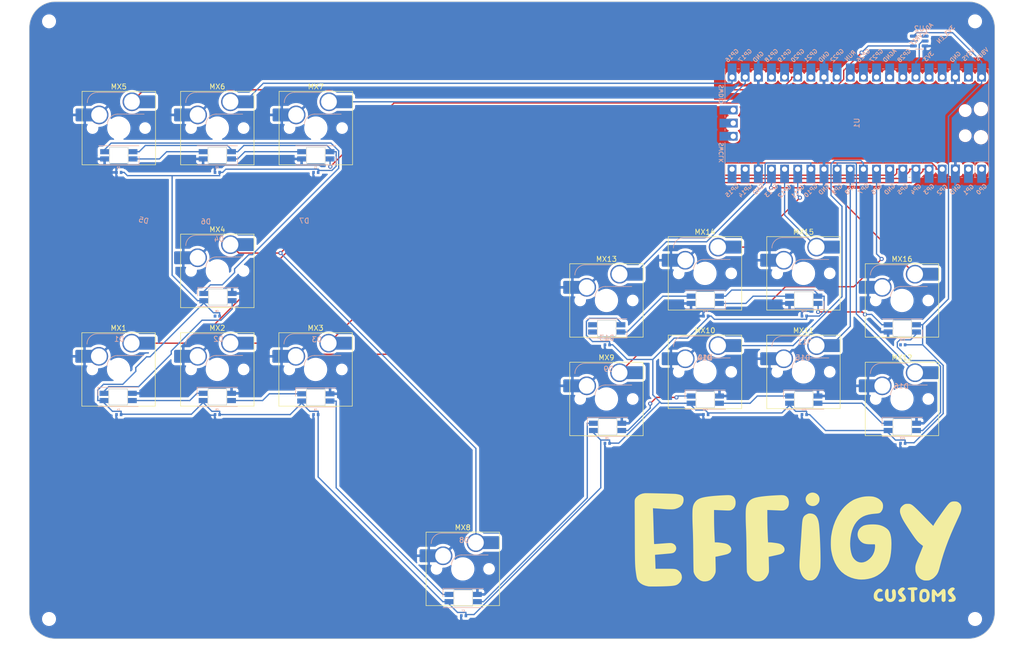
<source format=kicad_pcb>
(kicad_pcb (version 20221018) (generator pcbnew)
  (layers (0 "F.Cu" signal) (31 "B.Cu" signal) (34 "B.Paste" user) (35 "F.Paste" user) (36 "B.SilkS" user "B.Silkscreen") (37 "F.SilkS" user "F.Silkscreen") (38 "B.Mask" user) (39 "F.Mask" user) (44 "Edge.Cuts" user))
  (net 0 "")
  (net 1 "LEFT")
  (net 2 "DOWN")
  (net 3 "RIGHT")
  (net 4 "UP")
  (net 5 "HOME")
  (net 6 "SELECT")
  (net 7 "START")
  (net 8 "1K")
  (net 9 "2K")
  (net 10 "3K")
  (net 11 "4K")
  (net 12 "1P")
  (net 13 "2P")
  (net 14 "3P")
  (net 15 "4P")
  (net 16 "GND")
  (net 17 "Net-(D1-DOUT)")
  (net 18 "RGB0")
  (net 19 "VCC")
  (net 20 "Net-(D2-DOUT)")
  (net 21 "Net-(D3-DOUT)")
  (net 22 "Net-(D8-DOUT)")
  (net 23 "Net-(D10-DIN)")
  (net 24 "Net-(D10-DOUT)")
  (net 25 "Net-(D11-DOUT)")
  (net 26 "Net-(D12-DOUT)")
  (net 27 "Net-(D1-DIN)")
  (net 49 "Net-(D4-DIN)")
  (net 50 "Net-(D5-DIN)")
  (net 51 "Net-(D7-DIN)")
  (net 52 "Net-(D13-DIN)")
  (net 54 "Net-(D14-DIN)")
  (net 55 "Net-(D15-DIN)")
  (net 56 "Net-(D6-DIN)")
  (footprint "PCM_Switch_Keyboard_Hotswap_Kailh:SW_Hotswap_Kailh_MX_Plated_1.00u" (layer "F.Cu") (at 102.3417 107.9554)
    (fp_text reference "MX3")
    (fp_text value "MX-NoLED")
  )
  (footprint "PCM_Switch_Keyboard_Hotswap_Kailh:SW_Hotswap_Kailh_MX_Plated_1.00u" (layer "F.Cu") (at 83.3437 61.2775)
    (fp_text reference "MX6")
    (fp_text value "MX-NoLED")
  )
  (footprint "PCM_Switch_Keyboard_Hotswap_Kailh:SW_Hotswap_Kailh_MX_Plated_1.00u" (layer "F.Cu") (at 64.2418 107.9554)
    (fp_text reference "MX1")
    (fp_text value "MX-NoLED")
  )
  (footprint "PCM_Switch_Keyboard_Hotswap_Kailh:SW_Hotswap_Kailh_MX_Plated_1.00u" (layer "F.Cu") (at 215.7412 94.615)
    (fp_text reference "MX16")
    (fp_text value "MX-NoLED")
  )
  (footprint "MountingHole:MountingHole_2.2mm_M2" (layer "F.Cu") (at 50.8 156.21)
    (fp_text reference "REF**" hide)
    (fp_text value "MountingHole_2.2mm_M2")
  )
  (footprint "PCM_Switch_Keyboard_Hotswap_Kailh:SW_Hotswap_Kailh_MX_Plated_1.00u" (layer "F.Cu") (at 83.3438 107.95)
    (fp_text reference "MX2")
    (fp_text value "MX-NoLED")
  )
  (footprint "MountingHole:MountingHole_2.2mm_M2" (layer "F.Cu") (at 50.8 40.64)
    (fp_text reference "REF**" hide)
    (fp_text value "MountingHole_2.2mm_M2")
  )
  (footprint "PCM_Switch_Keyboard_Hotswap_Kailh:SW_Hotswap_Kailh_MX_Plated_1.00u" (layer "F.Cu") (at 102.3937 61.2775)
    (fp_text reference "MX7")
    (fp_text value "MX-NoLED")
  )
  (footprint "LOGO" (layer "F.Cu") (at 195.58 140.97)
    (fp_text reference "G***" hide)
    (fp_text value "LOGO" hide)
  )
  (footprint "PCM_Switch_Keyboard_Hotswap_Kailh:SW_Hotswap_Kailh_MX_Plated_1.00u" (layer "F.Cu") (at 64.2937 61.2775)
    (fp_text reference "MX5")
    (fp_text value "MX-NoLED")
  )
  (footprint "PCM_Switch_Keyboard_Hotswap_Kailh:SW_Hotswap_Kailh_MX_Plated_1.00u" (layer "F.Cu") (at 83.3438 88.9)
    (fp_text reference "MX4")
    (fp_text value "MX-NoLED")
  )
  (footprint "MountingHole:MountingHole_2.2mm_M2" (layer "F.Cu") (at 229.87 40.64)
    (fp_text reference "REF**" hide)
    (fp_text value "MountingHole_2.2mm_M2")
  )
  (footprint "PCM_Switch_Keyboard_Hotswap_Kailh:SW_Hotswap_Kailh_MX_Plated_1.00u" (layer "F.Cu") (at 215.7412 113.665)
    (fp_text reference "MX12")
    (fp_text value "MX-NoLED")
  )
  (footprint "PCM_Switch_Keyboard_Hotswap_Kailh:SW_Hotswap_Kailh_MX_Plated_1.00u" (layer "F.Cu") (at 177.6412 108.4262)
    (fp_text reference "MX10")
    (fp_text value "MX-NoLED")
  )
  (footprint "PCM_Switch_Keyboard_Hotswap_Kailh:SW_Hotswap_Kailh_MX_Plated_2.00u" (layer "F.Cu") (at 130.81 146.5262)
    (fp_text reference "MX8")
    (fp_text value "MX-NoLED")
  )
  (footprint "PCM_Switch_Keyboard_Hotswap_Kailh:SW_Hotswap_Kailh_MX_Plated_1.00u" (layer "F.Cu") (at 177.6412 89.3762)
    (fp_text reference "MX14")
    (fp_text value "MX-NoLED")
  )
  (footprint "PCM_Switch_Keyboard_Hotswap_Kailh:SW_Hotswap_Kailh_MX_Plated_1.00u" (layer "F.Cu") (at 196.6912 108.4262)
    (fp_text reference "MX11")
    (fp_text value "MX-NoLED")
  )
  (footprint "PCM_Switch_Keyboard_Hotswap_Kailh:SW_Hotswap_Kailh_MX_Plated_1.00u" (layer "F.Cu") (at 158.5912 94.615)
    (fp_text reference "MX13")
    (fp_text value "MX-NoLED")
  )
  (footprint "PCM_Switch_Keyboard_Hotswap_Kailh:SW_Hotswap_Kailh_MX_Plated_1.00u" (layer "F.Cu") (at 196.6912 89.3762)
    (fp_text reference "MX15")
    (fp_text value "MX-NoLED")
  )
  (footprint "MountingHole:MountingHole_2.2mm_M2" (layer "F.Cu") (at 229.87 156.21)
    (fp_text reference "REF**" hide)
    (fp_text value "MountingHole_2.2mm_M2")
  )
  (footprint "PCM_Switch_Keyboard_Hotswap_Kailh:SW_Hotswap_Kailh_MX_Plated_1.00u" (layer "F.Cu") (at 158.5912 113.665)
    (fp_text reference "MX9")
    (fp_text value "MX-NoLED")
  )
  (footprint "MCU_RaspberryPi_and_Boards:RPi_Pico_SMD_TH" (layer "B.Cu") (at 207.01 60.325 90)
    (fp_text reference "U1")
    (fp_text value "Pico")
  )
  (footprint "CAPC1005X55N:CAPC1005X55N" (layer "B.Cu") (at 158.75 103.1875 180)
    (fp_text reference "C13")
    (fp_text value "100nf")
  )
  (footprint "CAPC1005X55N:CAPC1005X55N" (layer "B.Cu") (at 196.85 116.6812 180)
    (fp_text reference "C11")
    (fp_text value "100nf")
  )
  (footprint "kicad-footprints:YS-SK6812MINI-E" (layer "B.Cu") (at 215.7999 119.064)
    (fp_text reference "D12")
    (fp_text value "SK6812MINI")
    (fp_line (start -1.8 -1.55) (end 1.8 -1.55) (stroke (width 0.12)) (layer "Edge.Cuts"))
    (fp_line (start -1.8 1.55) (end -1.8 -1.55) (stroke (width 0.12)) (layer "Edge.Cuts"))
    (fp_line (start 1.8 -1.55) (end 1.8 1.55) (stroke (width 0.12)) (layer "Edge.Cuts"))
    (fp_line (start 1.8 1.55) (end -1.8 1.55) (stroke (width 0.12)) (layer "Edge.Cuts"))
  )
  (footprint "kicad-footprints:YS-SK6812MINI-E" (layer "B.Cu") (at 102.3938 66.548 180)
    (fp_text reference "D7")
    (fp_text value "SK6812MINI")
    (fp_line (start -1.8 -1.55) (end 1.8 -1.55) (stroke (width 0.12)) (layer "Edge.Cuts"))
    (fp_line (start -1.8 1.55) (end -1.8 -1.55) (stroke (width 0.12)) (layer "Edge.Cuts"))
    (fp_line (start 1.8 -1.55) (end 1.8 1.55) (stroke (width 0.12)) (layer "Edge.Cuts"))
    (fp_line (start 1.8 1.55) (end -1.8 1.55) (stroke (width 0.12)) (layer "Edge.Cuts"))
  )
  (footprint "CAPC1005X55N:CAPC1005X55N" (layer "B.Cu") (at 158.75 122.2375 180)
    (fp_text reference "C9")
    (fp_text value "100nf")
  )
  (footprint "kicad-footprints:YS-SK6812MINI-E" (layer "B.Cu") (at 83.3438 66.548 180)
    (fp_text reference "D6")
    (fp_text value "SK6812MINI")
    (fp_line (start -1.8 -1.55) (end 1.8 -1.55) (stroke (width 0.12)) (layer "Edge.Cuts"))
    (fp_line (start -1.8 1.55) (end -1.8 -1.55) (stroke (width 0.12)) (layer "Edge.Cuts"))
    (fp_line (start 1.8 -1.55) (end 1.8 1.55) (stroke (width 0.12)) (layer "Edge.Cuts"))
    (fp_line (start 1.8 1.55) (end -1.8 1.55) (stroke (width 0.12)) (layer "Edge.Cuts"))
  )
  (footprint "kicad-footprints:YS-SK6812MINI-E" (layer "B.Cu") (at 64.2938 66.548 180)
    (fp_text reference "D5")
    (fp_text value "SK6812MINI")
    (fp_line (start -1.8 -1.55) (end 1.8 -1.55) (stroke (width 0.12)) (layer "Edge.Cuts"))
    (fp_line (start -1.8 1.55) (end -1.8 -1.55) (stroke (width 0.12)) (layer "Edge.Cuts"))
    (fp_line (start 1.8 -1.55) (end 1.8 1.55) (stroke (width 0.12)) (layer "Edge.Cuts"))
    (fp_line (start 1.8 1.55) (end -1.8 1.55) (stroke (width 0.12)) (layer "Edge.Cuts"))
  )
  (footprint "CAPC1005X55N:CAPC1005X55N" (layer "B.Cu") (at 64.2938 116.6812 180)
    (fp_text reference "C4")
    (fp_text value "100nf")
  )
  (footprint "kicad-footprints:YS-SK6812MINI-E" (layer "B.Cu") (at 158.8124 119.064)
    (fp_text reference "D9")
    (fp_text value "SK6812MINI")
    (fp_line (start -1.8 -1.55) (end 1.8 -1.55) (stroke (width 0.12)) (layer "Edge.Cuts"))
    (fp_line (start -1.8 1.55) (end -1.8 -1.55) (stroke (width 0.12)) (layer "Edge.Cuts"))
    (fp_line (start 1.8 -1.55) (end 1.8 1.55) (stroke (width 0.12)) (layer "Edge.Cuts"))
    (fp_line (start 1.8 1.55) (end -1.8 1.55) (stroke (width 0.12)) (layer "Edge.Cuts"))
  )
  (footprint "CAPC1005X55N:CAPC1005X55N" (layer "B.Cu") (at 177.8 97.6312 180)
    (fp_text reference "C14")
    (fp_text value "100nf")
  )
  (footprint "CAPC1005X55N:CAPC1005X55N" (layer "B.Cu") (at 83.3438 116.6812 180)
    (fp_text reference "C5")
    (fp_text value "100nf")
  )
  (footprint "kicad-footprints:YS-SK6812MINI-E" (layer "B.Cu") (at 158.6499 100.014 180)
    (fp_text reference "D13")
    (fp_text value "SK6812MINI")
    (fp_line (start -1.8 -1.55) (end 1.8 -1.55) (stroke (width 0.12)) (layer "Edge.Cuts"))
    (fp_line (start -1.8 1.55) (end -1.8 -1.55) (stroke (width 0.12)) (layer "Edge.Cuts"))
    (fp_line (start 1.8 -1.55) (end 1.8 1.55) (stroke (width 0.12)) (layer "Edge.Cuts"))
    (fp_line (start 1.8 1.55) (end -1.8 1.55) (stroke (width 0.12)) (layer "Edge.Cuts"))
  )
  (footprint "CAPC1005X55N:CAPC1005X55N" (layer "B.Cu") (at 215.9 122.2375 180)
    (fp_text reference "C12")
    (fp_text value "100nf")
  )
  (footprint "kicad-footprints:YS-SK6812MINI-E" (layer "B.Cu") (at 196.7499 113.792)
    (fp_text reference "D11")
    (fp_text value "SK6812MINI")
    (fp_line (start -1.8 -1.55) (end 1.8 -1.55) (stroke (width 0.12)) (layer "Edge.Cuts"))
    (fp_line (start -1.8 1.55) (end -1.8 -1.55) (stroke (width 0.12)) (layer "Edge.Cuts"))
    (fp_line (start 1.8 -1.55) (end 1.8 1.55) (stroke (width 0.12)) (layer "Edge.Cuts"))
    (fp_line (start 1.8 1.55) (end -1.8 1.55) (stroke (width 0.12)) (layer "Edge.Cuts"))
  )
  (footprint "kicad-footprints:YS-SK6812MINI-E" (layer "B.Cu") (at 177.6999 113.792)
    (fp_text reference "D10")
    (fp_text value "SK6812MINI")
    (fp_line (start -1.8 -1.55) (end 1.8 -1.55) (stroke (width 0.12)) (layer "Edge.Cuts"))
    (fp_line (start -1.8 1.55) (end -1.8 -1.55) (stroke (width 0.12)) (layer "Edge.Cuts"))
    (fp_line (start 1.8 -1.55) (end 1.8 1.55) (stroke (width 0.12)) (layer "Edge.Cuts"))
    (fp_line (start 1.8 1.55) (end -1.8 1.55) (stroke (width 0.12)) (layer "Edge.Cuts"))
  )
  (footprint "kicad-footprints:YS-SK6812MINI-E" (layer "B.Cu") (at 215.7999 100.014 180)
    (fp_text reference "D16")
    (fp_text value "SK6812MINI")
    (fp_line (start -1.8 -1.55) (end 1.8 -1.55) (stroke (width 0.12)) (layer "Edge.Cuts"))
    (fp_line (start -1.8 1.55) (end -1.8 -1.55) (stroke (width 0.12)) (layer "Edge.Cuts"))
    (fp_line (start 1.8 -1.55) (end 1.8 1.55) (stroke (width 0.12)) (layer "Edge.Cuts"))
    (fp_line (start 1.8 1.55) (end -1.8 1.55) (stroke (width 0.12)) (layer "Edge.Cuts"))
  )
  (footprint "kicad-footprints:YS-SK6812MINI-E" (layer "B.Cu") (at 130.8857 152.1634)
    (fp_text reference "D8")
    (fp_text value "SK6812MINI")
    (fp_line (start -1.8 -1.55) (end 1.8 -1.55) (stroke (width 0.12)) (layer "Edge.Cuts"))
    (fp_line (start -1.8 1.55) (end -1.8 -1.55) (stroke (width 0.12)) (layer "Edge.Cuts"))
    (fp_line (start 1.8 -1.55) (end 1.8 1.55) (stroke (width 0.12)) (layer "Edge.Cuts"))
    (fp_line (start 1.8 1.55) (end -1.8 1.55) (stroke (width 0.12)) (layer "Edge.Cuts"))
  )
  (footprint "CAPC1005X55N:CAPC1005X55N" (layer "B.Cu") (at 64.2938 69.85 180)
    (fp_text reference "C3")
    (fp_text value "100nf")
  )
  (footprint "CAPC1005X55N:CAPC1005X55N" (layer "B.Cu") (at 130.9688 155.575 180)
    (fp_text reference "C7")
    (fp_text value "100nf")
  )
  (footprint "kicad-footprints:YS-SK6812MINI-E" (layer "B.Cu") (at 83.4648 93.9657)
    (fp_text reference "D4")
    (fp_text value "SK6812MINI")
    (fp_line (start -1.8 -1.55) (end 1.8 -1.55) (stroke (width 0.12)) (layer "Edge.Cuts"))
    (fp_line (start -1.8 1.55) (end -1.8 -1.55) (stroke (width 0.12)) (layer "Edge.Cuts"))
    (fp_line (start 1.8 -1.55) (end 1.8 1.55) (stroke (width 0.12)) (layer "Edge.Cuts"))
    (fp_line (start 1.8 1.55) (end -1.8 1.55) (stroke (width 0.12)) (layer "Edge.Cuts"))
  )
  (footprint "kicad-footprints:YS-SK6812MINI-E" (layer "B.Cu") (at 102.3938 113.365)
    (fp_text reference "D3")
    (fp_text value "SK6812MINI")
    (fp_line (start -1.8 -1.55) (end 1.8 -1.55) (stroke (width 0.12)) (layer "Edge.Cuts"))
    (fp_line (start -1.8 1.55) (end -1.8 -1.55) (stroke (width 0.12)) (layer "Edge.Cuts"))
    (fp_line (start 1.8 -1.55) (end 1.8 1.55) (stroke (width 0.12)) (layer "Edge.Cuts"))
    (fp_line (start 1.8 1.55) (end -1.8 1.55) (stroke (width 0.12)) (layer "Edge.Cuts"))
  )
  (footprint "kicad-footprints:YS-SK6812MINI-E" (layer "B.Cu") (at 196.7499 94.488 180)
    (fp_text reference "D15")
    (fp_text value "SK6812MINI")
    (fp_line (start -1.8 -1.55) (end 1.8 -1.55) (stroke (width 0.12)) (layer "Edge.Cuts"))
    (fp_line (start -1.8 1.55) (end -1.8 -1.55) (stroke (width 0.12)) (layer "Edge.Cuts"))
    (fp_line (start 1.8 -1.55) (end 1.8 1.55) (stroke (width 0.12)) (layer "Edge.Cuts"))
    (fp_line (start 1.8 1.55) (end -1.8 1.55) (stroke (width 0.12)) (layer "Edge.Cuts"))
  )
  (footprint "kicad-footprints:YS-SK6812MINI-E" (layer "B.Cu") (at 64.1608 113.2698)
    (fp_text reference "D1")
    (fp_text value "SK6812MINI")
    (fp_line (start -1.8 -1.55) (end 1.8 -1.55) (stroke (width 0.12)) (layer "Edge.Cuts"))
    (fp_line (start -1.8 1.55) (end -1.8 -1.55) (stroke (width 0.12)) (layer "Edge.Cuts"))
    (fp_line (start 1.8 -1.55) (end 1.8 1.55) (stroke (width 0.12)) (layer "Edge.Cuts"))
    (fp_line (start 1.8 1.55) (end -1.8 1.55) (stroke (width 0.12)) (layer "Edge.Cuts"))
  )
  (footprint "CAPC1005X55N:CAPC1005X55N" (layer "B.Cu") (at 102.3938 116.6812 180)
    (fp_text reference "C6")
    (fp_text value "100nf")
  )
  (footprint "CAPC1005X55N:CAPC1005X55N" (layer "B.Cu") (at 83.3438 69.85 180)
    (fp_text reference "C2")
    (fp_text value "100nf")
  )
  (footprint "kicad-footprints:YS-SK6812MINI-E" (layer "B.Cu") (at 177.6999 94.488 180)
    (fp_text reference "D14")
    (fp_text value "SK6812MINI")
    (fp_line (start -1.8 -1.55) (end 1.8 -1.55) (stroke (width 0.12)) (layer "Edge.Cuts"))
    (fp_line (start -1.8 1.55) (end -1.8 -1.55) (stroke (width 0.12)) (layer "Edge.Cuts"))
    (fp_line (start 1.8 -1.55) (end 1.8 1.55) (stroke (width 0.12)) (layer "Edge.Cuts"))
    (fp_line (start 1.8 1.55) (end -1.8 1.55) (stroke (width 0.12)) (layer "Edge.Cuts"))
  )
  (footprint "CAPC1005X55N:CAPC1005X55N" (layer "B.Cu") (at 177.8 116.6812 180)
    (fp_text reference "C10")
    (fp_text value "100nf")
  )
  (footprint "Package_TO_SOT_SMD:SOT-23-5" (layer "B.Cu") (at 219.075 44.45 180)
    (fp_text reference "U2")
    (fp_text value "SN74LV1T34DBV")
  )
  (footprint "kicad-footprints:YS-SK6812MINI-E" (layer "B.Cu") (at 83.3438 113.2698)
    (fp_text reference "D2")
    (fp_text value "SK6812MINI")
    (fp_line (start -1.8 -1.55) (end 1.8 -1.55) (stroke (width 0.12)) (layer "Edge.Cuts"))
    (fp_line (start -1.8 1.55) (end -1.8 -1.55) (stroke (width 0.12)) (layer "Edge.Cuts"))
    (fp_line (start 1.8 -1.55) (end 1.8 1.55) (stroke (width 0.12)) (layer "Edge.Cuts"))
    (fp_line (start 1.8 1.55) (end -1.8 1.55) (stroke (width 0.12)) (layer "Edge.Cuts"))
  )
  (footprint "CAPC1005X55N:CAPC1005X55N" (layer "B.Cu") (at 102.3938 69.85 180)
    (fp_text reference "C1")
    (fp_text value "100nf")
  )
  (footprint "CAPC1005X55N:CAPC1005X55N" (layer "B.Cu") (at 196.85 97.6312 180)
    (fp_text reference "C15")
    (fp_text value "100nf")
  )
  (footprint "CAPC1005X55N:CAPC1005X55N" (layer "B.Cu") (at 83.3438 97.6312 180)
    (fp_text reference "C8")
    (fp_text value "100nf")
  )
  (footprint "CAPC1005X55N:CAPC1005X55N" (layer "B.Cu") (at 215.9 103.1875 180)
    (fp_text reference "C16")
    (fp_text value "100nf")
  )
  (gr_arc (start 52.07 160.02) (mid 48.477898 158.532102) (end 46.99 154.94) (stroke (width 0.1)) (layer "Edge.Cuts"))
  (gr_line (start 52.07 160.02) (end 228.6 160.02) (stroke (width 0.1)) (layer "Edge.Cuts"))
  (gr_arc (start 46.99 41.91) (mid 48.477898 38.317898) (end 52.07 36.83) (stroke (width 0.1)) (layer "Edge.Cuts"))
  (gr_arc (start 233.68 154.94) (mid 232.192102 158.532102) (end 228.6 160.02) (stroke (width 0.1)) (layer "Edge.Cuts"))
  (gr_line (start 46.99 41.91) (end 46.99 154.94) (stroke (width 0.1)) (layer "Edge.Cuts"))
  (gr_arc (start 228.6 36.83) (mid 232.192102 38.317898) (end 233.68 41.91) (stroke (width 0.1)) (layer "Edge.Cuts"))
  (gr_line (start 233.68 154.94) (end 233.68 41.91) (stroke (width 0.1)) (layer "Edge.Cuts"))
  (gr_line (start 228.6 36.83) (end 52.07 36.83) (stroke (width 0.1)) (layer "Edge.Cuts"))
  (segment (start 214.7211 70.0255) (end 214.7211 69.215) (width 0.254) (layer "F.Cu") (net 1))
  (segment (start 215.9 69.215) (end 214.7211 69.215) (width 0.254) (layer "F.Cu") (net 1))
  (segment (start 214.3527 70.3939) (end 214.7211 70.0255) (width 0.254) (layer "F.Cu") (net 1))
  (segment (start 79.1656 102.8754) (end 111.6471 70.3939) (width 0.254) (layer "F.Cu") (net 1))
  (segment (start 111.6471 70.3939) (end 214.3527 70.3939) (width 0.254) (layer "F.Cu") (net 1))
  (segment (start 66.7818 102.8754) (end 79.1656 102.8754) (width 0.254) (layer "F.Cu") (net 1))
  (segment (start 69.5618 102.8754) (end 66.7818 102.8754) (width 0.254) (layer "B.Cu") (net 1))
  (segment (start 134.8892 105.0154) (end 168.0805 71.8241) (width 0.254) (layer "F.Cu") (net 2))
  (segment (start 168.0805 71.8241) (end 217.5584 71.8241) (width 0.254) (layer "F.Cu") (net 2))
  (segment (start 100.9014 102.87) (end 103.0468 105.0154) (width 0.254) (layer "F.Cu") (net 2))
  (segment (start 220.98 69.215) (end 219.8011 69.215) (width 0.254) (layer "F.Cu") (net 2))
  (segment (start 85.8838 102.87) (end 100.9014 102.87) (width 0.254) (layer "F.Cu") (net 2))
  (segment (start 217.5584 71.8241) (end 219.8011 69.5814) (width 0.254) (layer "F.Cu") (net 2))
  (segment (start 103.0468 105.0154) (end 134.8892 105.0154) (width 0.254) (layer "F.Cu") (net 2))
  (segment (start 219.8011 69.5814) (end 219.8011 69.215) (width 0.254) (layer "F.Cu") (net 2))
  (segment (start 88.6638 102.87) (end 85.8838 102.87) (width 0.254) (layer "B.Cu") (net 2))
  (segment (start 136.7154 71.0417) (end 215.8008 71.0417) (width 0.254) (layer "F.Cu") (net 3))
  (segment (start 218.44 69.215) (end 217.2611 69.215) (width 0.254) (layer "F.Cu") (net 3))
  (segment (start 104.8817 102.8754) (end 136.7154 71.0417) (width 0.254) (layer "F.Cu") (net 3))
  (segment (start 215.8008 71.0417) (end 217.2611 69.5814) (width 0.254) (layer "F.Cu") (net 3))
  (segment (start 217.2611 69.5814) (end 217.2611 69.215) (width 0.254) (layer "F.Cu") (net 3))
  (segment (start 107.6617 102.8754) (end 104.8817 102.8754) (width 0.254) (layer "B.Cu") (net 3))
  (segment (start 95.5623 85.4479) (end 112.9854 68.0248) (width 0.254) (layer "F.Cu") (net 4))
  (segment (start 85.8838 83.82) (end 87.5117 85.4479) (width 0.254) (layer "F.Cu") (net 4))
  (segment (start 223.52 69.215) (end 222.3411 69.215) (width 0.254) (layer "F.Cu") (net 4))
  (segment (start 112.9854 68.0248) (end 221.5173 68.0248) (width 0.254) (layer "F.Cu") (net 4))
  (segment (start 222.3411 68.8486) (end 222.3411 69.215) (width 0.254) (layer "F.Cu") (net 4))
  (segment (start 87.5117 85.4479) (end 95.5623 85.4479) (width 0.254) (layer "F.Cu") (net 4))
  (segment (start 221.5173 68.0248) (end 222.3411 68.8486) (width 0.254) (layer "F.Cu") (net 4))
  (via (at 95.5623 85.4479) (size 0.8) (drill 0.4) (layers "F.Cu" "B.Cu") (net 4))
  (segment (start 85.8838 83.82) (end 88.6638 83.82) (width 0.254) (layer "B.Cu") (net 4))
  (segment (start 133.35 141.4462) (end 133.35 123.2356) (width 0.254) (layer "B.Cu") (net 4))
  (segment (start 133.35 123.2356) (end 95.5623 85.4479) (width 0.254) (layer "B.Cu") (net 4))
  (segment (start 136.13 141.4462) (end 133.35 141.4462) (width 0.254) (layer "B.Cu") (net 4))
  (segment (start 69.161 53.8702) (end 192.3323 53.8702) (width 0.254) (layer "F.Cu") (net 5))
  (segment (start 194.4011 51.8014) (end 194.4011 51.435) (width 0.254) (layer "F.Cu") (net 5))
  (segment (start 66.8337 56.1975) (end 69.161 53.8702) (width 0.254) (layer "F.Cu") (net 5))
  (segment (start 192.3323 53.8702) (end 194.4011 51.8014) (width 0.254) (layer "F.Cu") (net 5))
  (segment (start 195.58 51.435) (end 194.4011 51.435) (width 0.254) (layer "F.Cu") (net 5))
  (segment (start 66.8337 56.1975) (end 69.6137 56.1975) (width 0.254) (layer "B.Cu") (net 5))
  (segment (start 88.6637 56.1975) (end 92.2473 52.6139) (width 0.254) (layer "B.Cu") (net 6))
  (segment (start 92.2473 52.6139) (end 182.88 52.6139) (width 0.254) (layer "B.Cu") (net 6))
  (segment (start 85.8837 56.1975) (end 88.6637 56.1975) (width 0.254) (layer "B.Cu") (net 6))
  (segment (start 182.88 51.435) (end 182.88 52.6139) (width 0.254) (layer "B.Cu") (net 6))
  (segment (start 185.42 51.435) (end 185.42 52.6139) (width 0.254) (layer "B.Cu") (net 7))
  (segment (start 107.7137 56.1975) (end 181.8364 56.1975) (width 0.254) (layer "B.Cu") (net 7))
  (segment (start 181.8364 56.1975) (end 185.42 52.6139) (width 0.254) (layer "B.Cu") (net 7))
  (segment (start 104.9337 56.1975) (end 107.7137 56.1975) (width 0.254) (layer "B.Cu") (net 7))
  (segment (start 206.4381 91.9551) (end 211.8056 86.5876) (width 0.254) (layer "F.Cu") (net 8))
  (segment (start 173.3232 96.393) (end 188.7685 96.393) (width 0.254) (layer "F.Cu") (net 8))
  (segment (start 161.1312 108.585) (end 173.3232 96.393) (width 0.254) (layer "F.Cu") (net 8))
  (segment (start 188.7685 96.393) (end 193.2064 91.9551) (width 0.254) (layer "F.Cu") (net 8))
  (segment (start 193.2064 91.9551) (end 206.4381 91.9551) (width 0.254) (layer "F.Cu") (net 8))
  (via (at 211.8056 86.5876) (size 0.8) (drill 0.4) (layers "F.Cu" "B.Cu") (net 8))
  (segment (start 211.8056 86.5876) (end 210.82 85.602) (width 0.254) (layer "B.Cu") (net 8))
  (segment (start 210.82 85.602) (end 210.82 69.215) (width 0.254) (layer "B.Cu") (net 8))
  (segment (start 163.9112 108.585) (end 161.1312 108.585) (width 0.254) (layer "B.Cu") (net 8))
  (segment (start 182.9612 103.3462) (end 194.6861 103.3462) (width 0.254) (layer "B.Cu") (net 9))
  (segment (start 182.9612 103.3462) (end 180.1812 103.3462) (width 0.254) (layer "B.Cu") (net 9))
  (segment (start 208.28 69.215) (end 208.28 68.0361) (width 0.254) (layer "B.Cu") (net 9))
  (segment (start 204.1396 76.4145) (end 202.0211 74.296) (width 0.254) (layer "B.Cu") (net 9))
  (segment (start 207.7975 67.5536) (end 208.28 68.0361) (width 0.254) (layer "B.Cu") (net 9))
  (segment (start 202.0211 74.296) (end 202.0211 68.2234) (width 0.254) (layer "B.Cu") (net 9))
  (segment (start 202.0211 68.2234) (end 202.6909 67.5536) (width 0.254) (layer "B.Cu") (net 9))
  (segment (start 204.1396 93.8927) (end 204.1396 76.4145) (width 0.254) (layer "B.Cu") (net 9))
  (segment (start 194.6861 103.3462) (end 204.1396 93.8927) (width 0.254) (layer "B.Cu") (net 9))
  (segment (start 202.6909 67.5536) (end 207.7975 67.5536) (width 0.254) (layer "B.Cu") (net 9))
  (segment (start 202.0112 103.3462) (end 205.74 99.6174) (width 0.254) (layer "B.Cu") (net 10))
  (segment (start 202.0112 103.3462) (end 199.2312 103.3462) (width 0.254) (layer "B.Cu") (net 10))
  (segment (start 205.74 99.6174) (end 205.74 69.215) (width 0.254) (layer "B.Cu") (net 10))
  (segment (start 203.2 69.215) (end 203.2 68.0361) (width 0.254) (layer "B.Cu") (net 11))
  (segment (start 203.2 68.0361) (end 206.7534 68.0361) (width 0.254) (layer "B.Cu") (net 11))
  (segment (start 206.9189 97.2227) (end 218.2812 108.585) (width 0.254) (layer "B.Cu") (net 11))
  (segment (start 206.7534 68.0361) (end 206.9189 68.2016) (width 0.254) (layer "B.Cu") (net 11))
  (segment (start 221.0612 108.585) (end 218.2812 108.585) (width 0.254) (layer "B.Cu") (net 11))
  (segment (start 206.9189 68.2016) (end 206.9189 97.2227) (width 0.254) (layer "B.Cu") (net 11))
  (segment (start 189.5138 68.0361) (end 189.2764 68.2735) (width 0.254) (layer "B.Cu") (net 12))
  (segment (start 198.12 69.215) (end 198.12 68.0361) (width 0.254) (layer "B.Cu") (net 12))
  (segment (start 198.12 68.0361) (end 189.5138 68.0361) (width 0.254) (layer "B.Cu") (net 12))
  (segment (start 189.2764 68.2735) (end 189.2764 71.9475) (width 0.254) (layer "B.Cu") (net 12))
  (segment (start 177.9558 83.2681) (end 170.1781 83.2681) (width 0.254) (layer "B.Cu") (net 12))
  (segment (start 170.1781 83.2681) (end 163.9112 89.535) (width 0.254) (layer "B.Cu") (net 12))
  (segment (start 189.2764 71.9475) (end 177.9558 83.2681) (width 0.254) (layer "B.Cu") (net 12))
  (segment (start 161.1312 89.535) (end 163.9112 89.535) (width 0.254) (layer "B.Cu") (net 12))
  (segment (start 180.1812 84.2962) (end 186.4507 84.2962) (width 0.254) (layer "F.Cu") (net 13))
  (segment (start 186.4507 84.2962) (end 196.005 74.7419) (width 0.254) (layer "F.Cu") (net 13))
  (via (at 196.005 74.7419) (size 0.8) (drill 0.4) (layers "F.Cu" "B.Cu") (net 13))
  (segment (start 196.005 74.7419) (end 195.58 74.3169) (width 0.254) (layer "B.Cu") (net 13))
  (segment (start 182.9612 84.2962) (end 180.1812 84.2962) (width 0.254) (layer "B.Cu") (net 13))
  (segment (start 195.58 74.3169) (end 195.58 69.215) (width 0.254) (layer "B.Cu") (net 13))
  (segment (start 193.04 78.105) (end 193.04 69.215) (width 0.254) (layer "B.Cu") (net 14))
  (segment (start 199.2312 84.2962) (end 193.04 78.105) (width 0.254) (layer "B.Cu") (net 14))
  (segment (start 202.0112 84.2962) (end 199.2312 84.2962) (width 0.254) (layer "B.Cu") (net 14))
  (segment (start 201.5715 72.8253) (end 190.414 72.8253) (width 0.254) (layer "F.Cu") (net 15))
  (segment (start 218.2812 89.535) (end 201.5715 72.8253) (width 0.254) (layer "F.Cu") (net 15))
  (via (at 190.414 72.8253) (size 0.8) (drill 0.4) (layers "F.Cu" "B.Cu") (net 15))
  (segment (start 190.5 69.215) (end 190.5 72.1939) (width 0.254) (layer "B.Cu") (net 15))
  (segment (start 221.0612 89.535) (end 218.2812 89.535) (width 0.254) (layer "B.Cu") (net 15))
  (segment (start 190.414 72.2799) (end 190.414 72.8253) (width 0.254) (layer "B.Cu") (net 15))
  (segment (start 190.5 72.1939) (end 190.414 72.2799) (width 0.254) (layer "B.Cu") (net 15))
  (segment (start 80.5938 112.5698) (end 79.4149 112.5698) (width 0.254) (layer "B.Cu") (net 17))
  (segment (start 78.0149 113.9698) (end 66.9108 113.9698) (width 0.254) (layer "B.Cu") (net 17))
  (segment (start 79.4149 112.5698) (end 78.0149 113.9698) (width 0.254) (layer "B.Cu") (net 17))
  (segment (start 220.2125 44.45) (end 219.7037 44.45) (width 0.254) (layer "B.Cu") (net 18))
  (segment (start 218.44 51.435) (end 218.44 48.4561) (width 0.254) (layer "B.Cu") (net 18))
  (segment (start 219.7037 44.45) (end 219.075 45.0787) (width 0.254) (layer "B.Cu") (net 18))
  (segment (start 219.075 47.8211) (end 218.44 48.4561) (width 0.254) (layer "B.Cu") (net 18))
  (segment (start 219.075 45.0787) (end 219.075 47.8211) (width 0.254) (layer "B.Cu") (net 18))
  (segment (start 105.1438 65.848) (end 105.7542 65.848) (width 0.254) (layer "B.Cu") (net 19))
  (segment (start 219.7288 99.3155) (end 219.7288 103.186) (width 0.254) (layer "B.Cu") (net 19))
  (segment (start 169.179 114.492) (end 173.771 114.492) (width 0.254) (layer "B.Cu") (net 19))
  (segment (start 182.8134 92.6034) (end 198.6939 92.6034) (width 0.254) (layer "B.Cu") (net 19))
  (segment (start 84.3727 69.85) (end 85.0016 69.2211) (width 0.254) (layer "B.Cu") (net 19))
  (segment (start 174.2768 101.8914) (end 171.698 101.8914) (width 0.254) (layer "B.Cu") (net 19))
  (segment (start 80.5938 114.3522) (end 82.2939 116.0523) (width 0.254) (layer "B.Cu") (net 19))
  (segment (start 159.195 122.2375) (end 159.195 122.205) (width 0.254) (layer "B.Cu") (net 19))
  (segment (start 174.9499 114.8801) (end 174.9499 114.492) (width 0.254) (layer "B.Cu") (net 19))
  (segment (start 105.7542 65.848) (end 104.5481 64.6419) (width 0.254) (layer "B.Cu") (net 19))
  (segment (start 67.5774 107.5957) (end 67.5774 108.3169) (width 0.254) (layer "B.Cu") (net 19))
  (segment (start 216.345 122.124) (end 216.345 121.6086) (width 0.254) (layer "B.Cu") (net 19))
  (segment (start 193.9999 114.492) (end 193.9999 114.8741) (width 0.254) (layer "B.Cu") (net 19))
  (segment (start 102.8388 116.6812) (end 102.8388 116.0523) (width 0.254) (layer "B.Cu") (net 19))
  (segment (start 161.3999 99.314) (end 161.3999 98.8971) (width 0.254) (layer "B.Cu") (net 19))
  (segment (start 79.5359 94.6657) (end 74.6024 89.7322) (width 0.254) (layer "B.Cu") (net 19))
  (segment (start 82.2939 116.0523) (end 83.7888 116.0523) (width 0.254) (layer "B.Cu") (net 19))
  (segment (start 161.3999 98.8971) (end 160.586 98.0832) (width 0.254) (layer "B.Cu") (net 19))
  (segment (start 199.4999 93.4094) (end 199.4999 93.788) (width 0.254) (layer "B.Cu") (net 19))
  (segment (start 217.9375 43.5) (end 218.6009 42.8366) (width 0.254) (layer "B.Cu") (net 19))
  (segment (start 69.4264 64.6443) (end 85.2831 64.6443) (width 0.254) (layer "B.Cu") (net 19))
  (segment (start 61.4108 113.9698) (end 60.2319 113.9698) (width 0.254) (layer "B.Cu") (net 19))
  (segment (start 167.5618 106.0276) (end 162.619 106.0276) (width 0.254) (layer "B.Cu") (net 19))
  (segment (start 174.9499 114.492) (end 173.771 114.492) (width 0.254) (layer "B.Cu") (net 19))
  (segment (start 105.4953 69.4723) (end 106.3227 68.6449) (width 0.254) (layer "B.Cu") (net 19))
  (segment (start 106.3227 68.6449) (end 106.3227 65.848) (width 0.254) (layer "B.Cu") (net 19))
  (segment (start 129.794 154.9461) (end 131.4138 154.9461) (width 0.254) (layer "B.Cu") (net 19))
  (segment (start 223.7056 116.4928) (end 223.7056 107.1658) (width 0.254) (layer "B.Cu") (net 19))
  (segment (start 156.0624 120.1811) (end 157.4899 121.6086) (width 0.254) (layer "B.Cu") (net 19))
  (segment (start 219.7273 99.314) (end 219.7288 99.3155) (width 0.254) (layer "B.Cu") (net 19))
  (segment (start 180.4499 93.788) (end 181.6288 93.788) (width 0.254) (layer "B.Cu") (net 19))
  (segment (start 80.7148 94.6657) (end 80.7148 95.1168) (width 0.254) (layer "B.Cu") (net 19))
  (segment (start 157.4899 121.6086) (end 159.195 121.6086) (width 0.254) (layer "B.Cu") (net 19))
  (segment (start 167.5618 112.8748) (end 168.9306 114.2436) (width 0.254) (layer "B.Cu") (net 19))
  (segment (start 218.0744 122.124) (end 223.7056 116.4928) (width 0.254) (layer "B.Cu") (net 19))
  (segment (start 157.4899 130.838) (end 157.4899 121.6086) (width 0.254) (layer "B.Cu") (net 19))
  (segment (start 181.6288 93.788) (end 182.8134 92.6034) (width 0.254) (layer "B.Cu") (net 19))
  (segment (start 82.6003 97.0023) (end 83.7888 97.0023) (width 0.254) (layer "B.Cu") (net 19))
  (segment (start 131.4138 155.3509) (end 131.4138 154.9461) (width 0.254) (layer "B.Cu") (net 19))
  (segment (start 213.0499 120.1809) (end 214.4776 121.6086) (width 0.254) (layer "B.Cu") (net 19))
  (segment (start 128.1357 153.2878) (end 129.794 154.9461) (width 0.254) (layer "B.Cu") (net 19))
  (segment (start 219.7288 103.186) (end 219.7273 103.1875) (width 0.254) (layer "B.Cu") (net 19))
  (segment (start 178.245 116.3667) (end 192.5073 116.3667) (width 0.254) (layer "B.Cu") (net 19))
  (segment (start 128.1357 152.8634) (end 128.1357 153.2878) (width 0.254) (layer "B.Cu") (net 19))
  (segment (start 159.195 122.205) (end 159.195 121.6086) (width 0.254) (layer "B.Cu") (net 19))
  (segment (start 83.7888 69.85) (end 84.3727 69.85) (width 0.254) (layer "B.Cu") (net 19))
  (segment (start 159.195 103.1875) (end 159.7789 103.1875) (width 0.254) (layer "B.Cu") (net 19))
  (segment (start 155.2928 98.0832) (end 154.721 98.655) (width 0.254) (layer "B.Cu") (net 19))
  (segment (start 178.537 97.6312) (end 174.2768 101.8914) (width 0.254) (layer "B.Cu") (net 19))
  (segment (start 214.4776 121.6086) (end 216.345 121.6086) (width 0.254) (layer "B.Cu") (net 19))
  (segment (start 126.9568 152.8634) (end 102.8388 128.7454) (width 0.254) (layer "B.Cu") (net 19))
  (segment (start 200.9617 119.764) (end 197.8789 116.6812) (width 0.254) (layer "B.Cu") (net 19))
  (segment (start 68.2227 65.848) (end 69.4264 64.6443) (width 0.254) (layer "B.Cu") (net 19))
  (segment (start 102.8388 69.2226) (end 102.8388 69.2211) (width 0.254) (layer "B.Cu") (net 19))
  (segment (start 131.4138 155.575) (end 131.4138 155.3509) (width 0.254) (layer "B.Cu") (net 19))
  (segment (start 83.7888 116.6812) (end 83.7888 116.0523) (width 0.254) (layer "B.Cu") (net 19))
  (segment (start 80.7148 94.6657) (end 79.5359 94.6657) (width 0.254) (layer "B.Cu") (net 19))
  (segment (start 179.4578 98.2601) (end 178.8289 97.6312) (width 0.254) (layer "B.Cu") (net 19))
  (segment (start 128.1357 152.8634) (end 126.9568 152.8634) (width 0.254) (layer "B.Cu") (net 19))
  (segment (start 61.4108 114.3946) (end 63.0685 116.0523) (width 0.254) (layer "B.Cu") (net 19))
  (segment (start 65.3227 69.85) (end 65.9516 70.4789) (width 0.254) (layer "B.Cu") (net 19))
  (segment (start 218.5499 99.314) (end 219.6144 99.314) (width 0.254) (layer "B.Cu") (net 19))
  (segment (start 74.6024 70.4789) (end 83.7888 70.4789) (width 0.254) (layer "B.Cu") (net 19))
  (segment (start 64.7388 116.6138) (end 78.3322 116.6138) (width 0.254) (layer "B.Cu") (net 19))
  (segment (start 192.5073 116.3667) (end 193.9999 114.8741) (width 0.254) (layer "B.Cu") (net 19))
  (segment (start 88.4788 64.6419) (end 87.2727 65.848) (width 0.254) (layer "B.Cu") (net 19))
  (segment (start 83.7888 69.85) (end 83.7888 70.4789) (width 0.254) (layer "B.Cu") (net 19))
  (segment (start 193.9999 114.8741) (end 195.1781 116.0523) (width 0.254) (layer "B.Cu") (net 19))
  (segment (start 160.9692 122.205) (end 168.9306 114.2436) (width 0.254) (layer "B.Cu") (net 19))
  (segment (start 231.14 51.435) (end 231.14 52.6139) (width 0.254) (layer "B.Cu") (net 19))
  (segment (start 102.8388 69.85) (end 102.8388 69.2226) (width 0.254) (layer "B.Cu") (net 19))
  (segment (start 231.14 51.435) (end 231.14 48.4561) (width 0.254) (layer "B.Cu") (net 19))
  (segment (start 80.5938 113.9698) (end 80.5938 114.3522) (width 0.254) (layer "B.Cu") (net 19))
  (segment (start 69.6574 105.5157) (end 67.5774 107.5957) (width 0.254) (layer "B.Cu") (net 19))
  (segment (start 154.721 101.3844) (end 155.8952 102.5586) (width 0.254) (layer "B.Cu") (net 19))
  (segment (start 197.295 97.6312) (end 197.295 98.2601) (width 0.254) (layer "B.Cu") (net 19))
  (segment (start 156.0624 119.764) (end 156.0624 120.1811) (width 0.254) (layer "B.Cu") (net 19))
  (segment (start 97.4335 116.6812) (end 84.3727 116.6812) (width 0.254) (layer "B.Cu") (net 19))
  (segment (start 74.6024 89.7322) (end 74.6024 70.4789) (width 0.254) (layer "B.Cu") (net 19))
  (segment (start 64.7388 69.85) (end 65.3227 69.85) (width 0.254) (layer "B.Cu") (net 19))
  (segment (start 162.619 106.0276) (end 159.7789 103.1875) (width 0.254) (layer "B.Cu") (net 19))
  (segment (start 64.7388 116.6812) (end 64.7388 116.6138) (width 0.254) (layer "B.Cu") (net 19))
  (segment (start 70.3159 105.5157) (end 69.6574 105.5157) (width 0.254) (layer "B.Cu") (net 19))
  (segment (start 225.5205 42.8366) (end 231.14 48.4561) (width 0.254) (layer "B.Cu") (net 19))
  (segment (start 218.6009 42.8366) (end 225.5205 42.8366) (width 0.254) (layer "B.Cu") (net 19))
  (segment (start 99.6438 114.4709) (end 97.4335 116.6812) (width 0.254) (layer "B.Cu") (net 19))
  (segment (start 219.7273 103.1875) (end 216.345 103.1875) (width 0.254) (layer "B.Cu") (net 19))
  (segment (start 83.7888 116.6812) (end 84.3727 116.6812) (width 0.254) (layer "B.Cu") (net 19))
  (segment (start 103.0885 69.4723) (end 105.4953 69.4723) (width 0.254) (layer "B.Cu") (net 19))
  (segment (start 197.295 97.6312) (end 199.7564 97.6312) (width 0.254) (layer "B.Cu") (net 19))
  (segment (start 178.245 116.3667) (end 177.6876 115.8093) (width 0.254) (layer "B.Cu") (net 19))
  (segment (start 83.7888 97.6312) (end 83.7888 97.0023) (width 0.254) (layer "B.Cu") (net 19))
  (segment (start 99.6438 114.065) (end 99.6438 114.4709) (width 0.254) (layer "B.Cu") (net 19))
  (segment (start 219.6144 99.314) (end 219.7273 99.314) (width 0.254) (layer "B.Cu") (net 19))
  (segment (start 199.4999 93.788) (end 200.6788 93.788) (width 0.254) (layer "B.Cu") (net 19))
  (segment (start 197.295 116.6812) (end 197.8789 116.6812) (width 0.254) (layer "B.Cu") (net 19))
  (segment (start 80.7148 95.1168) (end 82.6003 97.0023) (width 0.254) (layer "B.Cu") (net 19))
  (segment (start 104.5481 64.6419) (end 88.4788 64.6419) (width 0.254) (layer "B.Cu") (net 19))
  (segment (start 160.586 98.0832) (end 155.2928 98.0832) (width 0.254) (layer "B.Cu") (net 19))
  (segment (start 67.0438 65.848) (end 68.2227 65.848) (width 0.254) (layer "B.Cu") (net 19))
  (segment (start 168.9306 114.2436) (end 169.179 114.492) (width 0.254) (layer "B.Cu") (net 19))
  (segment (start 195.1781 116.0523) (end 197.295 116.0523) (width 0.254) (layer "B.Cu") (net 19))
  (segment (start 178.537 97.6312) (end 178.8289 97.6312) (width 0.254) (layer "B.Cu") (net 19))
  (segment (start 99.6438 114.4709) (end 101.2252 116.0523) (width 0.254) (layer "B.Cu") (net 19))
  (segment (start 132.977 155.3509) (end 157.4899 130.838) (width 0.254) (layer "B.Cu") (net 19))
  (segment (start 178.245 116.6812) (end 178.245 116.3667) (width 0.254) (layer "B.Cu") (net 19))
  (segment (start 200.6788 96.7088) (end 200.6788 93.788) (width 0.254) (layer "B.Cu") (net 19))
  (segment (start 85.0016 69.2211) (end 102.8388 69.2211) (width 0.254) (layer "B.Cu") (net 19))
  (segment (start 224.7318 59.0221) (end 224.7318 94.3095) (width 0.254) (layer "B.Cu") (net 19))
  (segment (start 159.195 103.1875) (end 159.195 102.5586) (width 0.254) (layer "B.Cu") (net 19))
  (segment (start 61.3313 110.8305) (end 60.2319 111.9299) (width 0.254) (layer "B.Cu") (net 19))
  (segment (start 64.7388 116.6138) (end 64.7388 116.0523) (width 0.254) (layer "B.Cu") (net 19))
  (segment (start 213.0499 119.764) (end 213.0499 120.1809) (width 0.254) (layer "B.Cu") (net 19))
  (segment (start 131.4138 155.3509) (end 132.977 155.3509) (width 0.254) (layer "B.Cu") (net 19))
  (segment (start 154.721 98.655) (end 154.721 101.3844) (width 0.254) (layer "B.Cu") (net 19))
  (segment (start 80.7148 95.1168) (end 70.3159 105.5157) (width 0.254) (layer "B.Cu") (net 19))
  (segment (start 105.7542 65.848) (end 106.3227 65.848) (width 0.254) (layer "B.Cu") (net 19))
  (segment (start 198.6939 92.6034) (end 199.4999 93.4094) (width 0.254) (layer "B.Cu") (net 19))
  (segment (start 101.2252 116.0523) (end 102.8388 116.0523) (width 0.254) (layer "B.Cu") (net 19))
  (segment (start 177.6876 115.8093) (end 175.8791 115.8093) (width 0.254) (layer "B.Cu") (net 19))
  (segment (start 61.4108 113.9698) (end 61.4108 114.3946) (width 0.254) (layer "B.Cu") (net 19))
  (segment (start 213.0499 119.764) (end 200.9617 119.764) (width 0.254) (layer "B.Cu") (net 19))
  (segment (start 199.7564 97.6312) (end 200.6788 96.7088) (width 0.254) (layer "B.Cu") (net 19))
  (segment (start 216.345 122.2375) (end 216.345 122.124) (width 0.254) (layer "B.Cu") (net 19))
  (segment (start 231.14 52.6139) (end 224.7318 59.0221) (width 0.254) (layer "B.Cu") (net 19))
  (segment (start 197.295 116.6812) (end 197.295 116.0523) (width 0.254) (layer "B.Cu") (net 19))
  (segment (start 65.0638 110.8305) (end 61.3313 110.8305) (width 0.254) (layer "B.Cu") (net 19))
  (segment (start 102.8388 69.2226) (end 103.0885 69.4723) (width 0.254) (layer "B.Cu") (net 19))
  (segment (start 102.8388 128.7454) (end 102.8388 116.6812) (width 0.254) (layer "B.Cu") (net 19))
  (segment (start 63.0685 116.0523) (end 64.7388 116.0523) (width 0.254) (layer "B.Cu") (net 19))
  (segment (start 224.7318 94.3095) (end 219.7273 99.314) (width 0.254) (layer "B.Cu") (net 19))
  (segment (start 197.295 98.2601) (end 179.4578 98.2601) (width 0.254) (layer "B.Cu") (net 19))
  (segment (start 65.9516 70.4789) (end 74.6024 70.4789) (width 0.254) (layer "B.Cu") (net 19))
  (segment (start 86.0938 65.455) (end 86.0938 65.848) (width 0.254) (layer "B.Cu") (net 19))
  (segment (start 159.195 122.205) (end 160.9692 122.205) (width 0.254) (layer "B.Cu") (net 19))
  (segment (start 155.8952 102.5586) (end 159.195 102.5586) (width 0.254) (layer "B.Cu") (net 19))
  (segment (start 86.0938 65.848) (end 87.2727 65.848) (width 0.254) (layer "B.Cu") (net 19))
  (segment (start 167.5618 106.0276) (end 167.5618 112.8748) (width 0.254) (layer "B.Cu") (net 19))
  (segment (start 67.5774 108.3169) (end 65.0638 110.8305) (width 0.254) (layer "B.Cu") (net 19))
  (segment (start 223.7056 107.1658) (end 219.7273 103.1875) (width 0.254) (layer "B.Cu") (net 19))
  (segment (start 60.2319 111.9299) (end 60.2319 113.9698) (width 0.254) (layer "B.Cu") (net 19))
  (segment (start 78.3322 116.6138) (end 80.5938 114.3522) (width 0.254) (layer "B.Cu") (net 19))
  (segment (start 216.345 122.124) (end 218.0744 122.124) (width 0.254) (layer "B.Cu") (net 19))
  (segment (start 175.8791 115.8093) (end 174.9499 114.8801) (width 0.254) (layer "B.Cu") (net 19))
  (segment (start 178.245 97.6312) (end 178.537 97.6312) (width 0.254) (layer "B.Cu") (net 19))
  (segment (start 85.2831 64.6443) (end 86.0938 65.455) (width 0.254) (layer "B.Cu") (net 19))
  (segment (start 171.698 101.8914) (end 167.5618 106.0276) (width 0.254) (layer "B.Cu") (net 19))
  (segment (start 93.4045 112.665) (end 99.6438 112.665) (width 0.254) (layer "B.Cu") (net 20))
  (segment (start 86.0938 113.9698) (end 92.0997 113.9698) (width 0.254) (layer "B.Cu") (net 20))
  (segment (start 92.0997 113.9698) (end 93.4045 112.665) (width 0.254) (layer "B.Cu") (net 20))
  (segment (start 106.3227 130.8293) (end 126.9568 151.4634) (width 0.254) (layer "B.Cu") (net 21))
  (segment (start 106.3227 114.065) (end 106.3227 130.8293) (width 0.254) (layer "B.Cu") (net 21))
  (segment (start 128.1357 151.4634) (end 126.9568 151.4634) (width 0.254) (layer "B.Cu") (net 21))
  (segment (start 105.1438 114.065) (end 106.3227 114.065) (width 0.254) (layer "B.Cu") (net 21))
  (segment (start 156.0624 118.364) (end 154.8835 118.364) (width 0.254) (layer "B.Cu") (net 22))
  (segment (start 133.6357 152.8634) (end 134.8146 152.8634) (width 0.254) (layer "B.Cu") (net 22))
  (segment (start 154.8835 132.7945) (end 154.8835 118.364) (width 0.254) (layer "B.Cu") (net 22))
  (segment (start 134.8146 152.8634) (end 154.8835 132.7945) (width 0.254) (layer "B.Cu") (net 22))
  (segment (start 168.2521 113.3601) (end 167.0498 114.5624) (width 0.254) (layer "F.Cu") (net 23))
  (segment (start 172.1292 113.3601) (end 168.2521 113.3601) (width 0.254) (layer "F.Cu") (net 23))
  (via (at 167.0498 114.5624) (size 0.8) (drill 0.4) (layers "F.Cu" "B.Cu") (net 23))
  (via (at 172.1292 113.3601) (size 0.8) (drill 0.4) (layers "F.Cu" "B.Cu") (net 23))
  (segment (start 167.0498 114.5624) (end 167.0498 115.4555) (width 0.254) (layer "B.Cu") (net 23))
  (segment (start 174.9499 113.092) (end 172.3973 113.092) (width 0.254) (layer "B.Cu") (net 23))
  (segment (start 172.3973 113.092) (end 172.1292 113.3601) (width 0.254) (layer "B.Cu") (net 23))
  (segment (start 167.0498 115.4555) (end 162.7413 119.764) (width 0.254) (layer "B.Cu") (net 23))
  (segment (start 161.5624 119.764) (end 162.7413 119.764) (width 0.254) (layer "B.Cu") (net 23))
  (segment (start 187.7725 113.092) (end 193.9999 113.092) (width 0.254) (layer "B.Cu") (net 24))
  (segment (start 180.4499 114.492) (end 186.3725 114.492) (width 0.254) (layer "B.Cu") (net 24))
  (segment (start 186.3725 114.492) (end 187.7725 113.092) (width 0.254) (layer "B.Cu") (net 24))
  (segment (start 207.999 114.492) (end 211.871 118.364) (width 0.254) (layer "B.Cu") (net 25))
  (segment (start 213.0499 118.364) (end 211.871 118.364) (width 0.254) (layer "B.Cu") (net 25))
  (segment (start 199.4999 114.492) (end 207.999 114.492) (width 0.254) (layer "B.Cu") (net 25))
  (segment (start 218.5499 119.764) (end 219.7288 119.764) (width 0.254) (layer "B.Cu") (net 26))
  (segment (start 218.5499 100.714) (end 218.5499 101.0792) (width 0.254) (layer "B.Cu") (net 26))
  (segment (start 214.8412 103.6244) (end 217.4491 106.2323) (width 0.254) (layer "B.Cu") (net 26))
  (segment (start 217.4491 106.2323) (end 222.1021 106.2323) (width 0.254) (layer "B.Cu") (net 26))
  (segment (start 215.3221 102.2257) (end 214.8412 102.7066) (width 0.254) (layer "B.Cu") (net 26))
  (segment (start 222.1021 106.2323) (end 223.1984 107.3286) (width 0.254) (layer "B.Cu") (net 26))
  (segment (start 223.1984 107.3286) (end 223.1984 116.2944) (width 0.254) (layer "B.Cu") (net 26))
  (segment (start 214.8412 102.7066) (end 214.8412 103.6244) (width 0.254) (layer "B.Cu") (net 26))
  (segment (start 217.4034 102.2257) (end 215.3221 102.2257) (width 0.254) (layer "B.Cu") (net 26))
  (segment (start 223.1984 116.2944) (end 219.7288 119.764) (width 0.254) (layer "B.Cu") (net 26))
  (segment (start 218.5499 101.0792) (end 217.4034 102.2257) (width 0.254) (layer "B.Cu") (net 26))
  (segment (start 84.0613 98.4309) (end 86.2148 96.2774) (width 0.254) (layer "B.Cu") (net 27))
  (segment (start 80.3883 98.4309) (end 84.0613 98.4309) (width 0.254) (layer "B.Cu") (net 27))
  (segment (start 86.2148 96.2774) (end 86.2148 94.6657) (width 0.254) (layer "B.Cu") (net 27))
  (segment (start 74.4316 104.3876) (end 80.3883 98.4309) (width 0.254) (layer "B.Cu") (net 27))
  (segment (start 62.3273 111.2864) (end 68.1167 111.2864) (width 0.254) (layer "B.Cu") (net 27))
  (segment (start 74.4316 104.9715) (end 74.4316 104.3876) (width 0.254) (layer "B.Cu") (net 27))
  (segment (start 61.4108 112.5698) (end 61.4108 112.2029) (width 0.254) (layer "B.Cu") (net 27))
  (segment (start 68.1167 111.2864) (end 74.4316 104.9715) (width 0.254) (layer "B.Cu") (net 27))
  (segment (start 61.4108 112.2029) (end 62.3273 111.2864) (width 0.254) (layer "B.Cu") (net 27))
  (segment (start 106.806 69.063) (end 106.806 65.6824) (width 0.254) (layer "B.Cu") (net 49))
  (segment (start 90.1168 85.7522) (end 106.806 69.063) (width 0.254) (layer "B.Cu") (net 49))
  (segment (start 80.7148 92.9006) (end 82.0169 91.5985) (width 0.254) (layer "B.Cu") (net 49))
  (segment (start 61.5438 65.455) (end 61.5438 65.848) (width 0.254) (layer "B.Cu") (net 49))
  (segment (start 86.6794 89.2207) (end 86.6794 88.51) (width 0.254) (layer "B.Cu") (net 49))
  (segment (start 89.4372 85.7522) (end 90.1168 85.7522) (width 0.254) (layer "B.Cu") (net 49))
  (segment (start 106.806 65.6824) (end 105.301 64.1774) (width 0.254) (layer "B.Cu") (net 49))
  (segment (start 86.6794 88.51) (end 89.4372 85.7522) (width 0.254) (layer "B.Cu") (net 49))
  (segment (start 80.7148 93.2657) (end 80.7148 92.9006) (width 0.254) (layer "B.Cu") (net 49))
  (segment (start 62.8214 64.1774) (end 61.5438 65.455) (width 0.254) (layer "B.Cu") (net 49))
  (segment (start 105.301 64.1774) (end 62.8214 64.1774) (width 0.254) (layer "B.Cu") (net 49))
  (segment (start 82.0169 91.5985) (end 84.3016 91.5985) (width 0.254) (layer "B.Cu") (net 49))
  (segment (start 84.3016 91.5985) (end 86.6794 89.2207) (width 0.254) (layer "B.Cu") (net 49))
  (segment (start 67.0438 67.248) (end 72.1454 67.248) (width 0.254) (layer "B.Cu") (net 50))
  (segment (start 72.1454 67.248) (end 73.5454 65.848) (width 0.254) (layer "B.Cu") (net 50))
  (segment (start 73.5454 65.848) (end 80.5938 65.848) (width 0.254) (layer "B.Cu") (net 50))
  (segment (start 199.886 56.4246) (end 117.5122 56.4246) (width 0.254) (layer "F.Cu") (net 51))
  (segment (start 204.47 51.8406) (end 199.886 56.4246) (width 0.254) (layer "F.Cu") (net 51))
  (segment (start 117.5122 56.4246) (end 105.1934 68.7434) (width 0.254) (layer "F.Cu") (net 51))
  (segment (start 204.47 50.1428) (end 204.47 51.8406) (width 0.254) (layer "F.Cu") (net 51))
  (segment (start 207.9342 46.6786) (end 204.47 50.1428) (width 0.254) (layer "F.Cu") (net 51))
  (via (at 105.1934 68.7434) (size 0.8) (drill 0.4) (layers "F.Cu" "B.Cu") (net 51))
  (via (at 207.9342 46.6786) (size 0.8) (drill 0.4) (layers "F.Cu" "B.Cu") (net 51))
  (segment (start 217.9375 45.4) (end 209.2128 45.4) (width 0.254) (layer "B.Cu") (net 51))
  (segment (start 105.1438 68.6938) (end 105.1934 68.7434) (width 0.254) (layer "B.Cu") (net 51))
  (segment (start 105.1438 67.248) (end 105.1438 68.6938) (width 0.254) (layer "B.Cu") (net 51))
  (segment (start 209.2128 45.4) (end 207.9342 46.6786) (width 0.254) (layer "B.Cu") (net 51))
  (segment (start 161.3999 100.714) (end 162.5788 100.714) (width 0.254) (layer "B.Cu") (net 52))
  (segment (start 169.5048 93.788) (end 174.9499 93.788) (width 0.254) (layer "B.Cu") (net 52))
  (segment (start 162.5788 100.714) (end 169.5048 93.788) (width 0.254) (layer "B.Cu") (net 52))
  (segment (start 186.9515 93.788) (end 193.9999 93.788) (width 0.254) (layer "B.Cu") (net 54))
  (segment (start 185.5515 95.188) (end 186.9515 93.788) (width 0.254) (layer "B.Cu") (net 54))
  (segment (start 180.4499 95.188) (end 185.5515 95.188) (width 0.254) (layer "B.Cu") (net 54))
  (segment (start 208.0966 96.8351) (end 208.574 97.3125) (width 0.254) (layer "F.Cu") (net 55))
  (segment (start 199.5217 96.8351) (end 208.0966 96.8351) (width 0.254) (layer "F.Cu") (net 55))
  (via (at 199.5217 96.8351) (size 0.8) (drill 0.4) (layers "F.Cu" "B.Cu") (net 55))
  (via (at 208.574 97.3125) (size 0.8) (drill 0.4) (layers "F.Cu" "B.Cu") (net 55))
  (segment (start 213.0499 99.314) (end 211.871 99.314) (width 0.254) (layer "B.Cu") (net 55))
  (segment (start 208.574 97.3125) (end 209.8695 97.3125) (width 0.254) (layer "B.Cu") (net 55))
  (segment (start 209.8695 97.3125) (end 211.871 99.314) (width 0.254) (layer "B.Cu") (net 55))
  (segment (start 199.4999 95.188) (end 199.5217 95.2098) (width 0.254) (layer "B.Cu") (net 55))
  (segment (start 199.5217 95.2098) (end 199.5217 96.8351) (width 0.254) (layer "B.Cu") (net 55))
  (segment (start 88.6727 65.848) (end 99.6438 65.848) (width 0.254) (layer "B.Cu") (net 56))
  (segment (start 87.2727 67.248) (end 88.6727 65.848) (width 0.254) (layer "B.Cu") (net 56))
  (segment (start 86.0938 67.248) (end 87.2727 67.248) (width 0.254) (layer "B.Cu") (net 56))
  (zone (net 16) (net_name "GND") (layer "F.Cu") (connect_pads (clearance 0.5)) (min_thickness 0.25) (fill yes (thermal_gap 0.5) (thermal_bridge_width 0.5) (smoothing fillet))
    (polygon (pts (xy 233.3625 47.625) (xy 179.3875 47.625) (xy 179.3875 73.025) (xy 233.3625 73.025)))
  )
  (zone (net 16) (net_name "GND") (layer "B.Cu") (priority 2) (connect_pads (clearance 0.5)) (min_thickness 0.25) (fill yes (thermal_gap 0.5) (thermal_bridge_width 0.5))
    (polygon (pts (xy 234.15625 36.5125) (xy 46.83125 36.5125) (xy 46.83125 160.3375) (xy 234.15625 160.3375)))
  )
)
</source>
